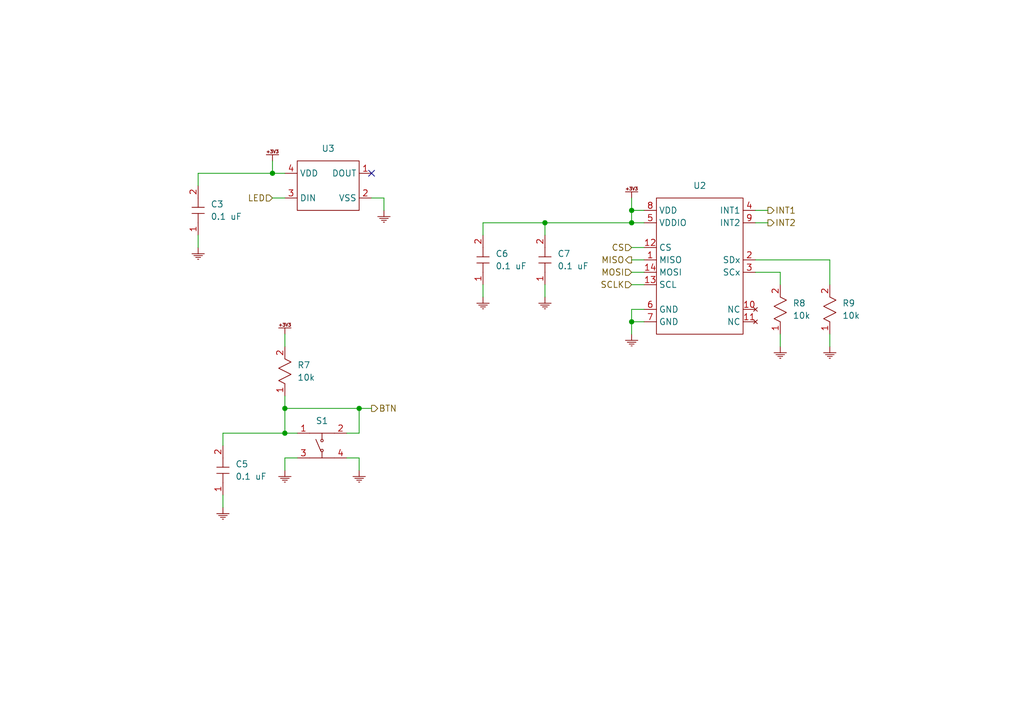
<source format=kicad_sch>
(kicad_sch (version 20230121) (generator eeschema)
  (paper "A5")
  (lib_symbols
    (symbol "zandmd:+3V3" (power) (pin_names (offset 0))
      (symbol "+3V3_0_1"
        (polyline (pts (xy -1.27 1.27) (xy 1.27 1.27)))
        (polyline (pts (xy 0 0) (xy 0 1.27)))
      )
      (symbol "+3V3_1_1"
        (text "+3V3" (at 0 1.905 0) (effects (font (size 0.635 0.635))))
        (pin power_in line (at 0 0 90) (length 0) hide (name "+3V3") (number "1"))
      )
    )
    (symbol "zandmd:2659"
      (property "Reference" "U" (at 0 0 0))
      (symbol "2659_0_1"
        (rectangle (start 2.54 10.16) (end 15.24 0))
      )
      (symbol "2659_1_1"
        (pin output line (at 17.78 7.62 180) (length 2.54) (name "DOUT") (number "1"))
        (pin passive line (at 17.78 2.54 180) (length 2.54) (name "VSS") (number "2"))
        (pin input line (at 0 2.54 0) (length 2.54) (name "DIN") (number "3"))
        (pin power_in line (at 0 7.62 0) (length 2.54) (name "VDD") (number "4"))
      )
    )
    (symbol "zandmd:CAPACITOR" (pin_names (offset 0))
      (property "Reference" "C" (at 0 0 0))
      (property "Value" "C" (at 0 0 0))
      (symbol "CAPACITOR_0_1"
        (polyline (pts (xy 2.54 0) (xy 4.445 0)))
        (polyline (pts (xy 4.445 1.27) (xy 4.445 -1.27)))
        (polyline (pts (xy 5.715 1.27) (xy 5.715 -1.27)))
        (polyline (pts (xy 7.62 0) (xy 5.715 0)))
      )
      (symbol "CAPACITOR_1_1"
        (pin passive line (at 0 0 0) (length 2.54) (name "") (number "1"))
        (pin passive line (at 10.16 0 180) (length 2.54) (name "") (number "2"))
      )
    )
    (symbol "zandmd:GND" (power) (pin_names (offset 0))
      (symbol "GND_0_1"
        (polyline (pts (xy -1.27 -1.27) (xy 1.27 -1.27)))
        (polyline (pts (xy -0.889 -1.651) (xy 0.889 -1.651)))
        (polyline (pts (xy -0.508 -2.032) (xy 0.508 -2.032)))
        (polyline (pts (xy -0.127 -2.413) (xy 0.127 -2.413)))
        (polyline (pts (xy 0 0) (xy 0 -1.27)))
      )
      (symbol "GND_1_1"
        (pin power_in line (at 0 0 270) (length 0) hide (name "GND") (number "1"))
      )
    )
    (symbol "zandmd:LSM6DSOTR"
      (property "Reference" "U" (at 0 0 0))
      (symbol "LSM6DSOTR_0_1"
        (rectangle (start 2.54 27.94) (end 20.32 0))
      )
      (symbol "LSM6DSOTR_1_1"
        (pin bidirectional line (at 0 15.24 0) (length 2.54) (name "SDO/SA0") (number "1") (alternate "MISO" output line))
        (pin output line (at 22.86 5.08 180) (length 2.54) (name "OCS_Aux") (number "10") (alternate "NC" no_connect line))
        (pin output line (at 22.86 2.54 180) (length 2.54) (name "SDO_Aux") (number "11") (alternate "NC" no_connect line))
        (pin input line (at 0 17.78 0) (length 2.54) (name "CS") (number "12"))
        (pin input line (at 0 10.16 0) (length 2.54) (name "SCL") (number "13"))
        (pin open_collector line (at 0 12.7 0) (length 2.54) (name "SDA") (number "14") (alternate "MOSI" input line))
        (pin passive line (at 22.86 15.24 180) (length 2.54) (name "SDx") (number "2"))
        (pin passive line (at 22.86 12.7 180) (length 2.54) (name "SCx") (number "3"))
        (pin output line (at 22.86 25.4 180) (length 2.54) (name "INT1") (number "4"))
        (pin power_in line (at 0 22.86 0) (length 2.54) (name "VDDIO") (number "5"))
        (pin passive line (at 0 5.08 0) (length 2.54) (name "GND") (number "6"))
        (pin passive line (at 0 2.54 0) (length 2.54) (name "GND") (number "7"))
        (pin power_in line (at 0 25.4 0) (length 2.54) (name "VDD") (number "8"))
        (pin output line (at 22.86 22.86 180) (length 2.54) (name "INT2") (number "9"))
      )
    )
    (symbol "zandmd:PTS645SM43SMTR92_LFS" (pin_names (offset 0))
      (property "Reference" "S" (at 0 0 0))
      (symbol "PTS645SM43SMTR92_LFS_0_1"
        (polyline (pts (xy 2.54 0) (xy 7.62 0)))
        (polyline (pts (xy 2.54 5.08) (xy 7.62 5.08)))
        (polyline (pts (xy 3.81 3.81) (xy 4.8514 1.397)))
        (polyline (pts (xy 5.08 0) (xy 5.08 1.27)))
        (polyline (pts (xy 5.08 5.08) (xy 5.08 3.81)))
        (circle (center 5.08 1.524) (radius 0.254))
        (circle (center 5.08 3.556) (radius 0.254))
      )
      (symbol "PTS645SM43SMTR92_LFS_1_1"
        (pin passive line (at 0 5.08 0) (length 2.54) (name "") (number "1"))
        (pin passive line (at 10.16 5.08 180) (length 2.54) (name "") (number "2"))
        (pin passive line (at 0 0 0) (length 2.54) (name "") (number "3"))
        (pin passive line (at 10.16 0 180) (length 2.54) (name "") (number "4"))
      )
    )
    (symbol "zandmd:RESISTOR" (pin_names (offset 0))
      (property "Reference" "R" (at 0 0 0))
      (property "Value" "R" (at 0 0 0))
      (symbol "RESISTOR_0_1"
        (polyline (pts (xy 2.54 0) (xy 3.175 1.27) (xy 4.445 -1.27) (xy 5.715 1.27) (xy 6.985 -1.27) (xy 7.62 0)))
      )
      (symbol "RESISTOR_1_1"
        (pin passive line (at 0 0 0) (length 2.54) (name "") (number "1"))
        (pin passive line (at 10.16 0 180) (length 2.54) (name "") (number "2"))
      )
    )
  )
  (junction (at 129.54 45.72))
  (junction (at 58.42 83.82))
  (junction (at 129.54 66.04))
  (junction (at 129.54 43.18))
  (junction (at 111.76 45.72))
  (junction (at 55.88 35.56))
  (junction (at 58.42 88.9))
  (junction (at 73.66 83.82))
  (no_connect (at 76.2 35.56))
  (wire (pts (xy 58.42 83.82) (xy 73.66 83.82)))
  (wire (pts (xy 129.54 40.64) (xy 129.54 43.18)))
  (wire (pts (xy 99.06 48.26) (xy 99.06 45.72)))
  (wire (pts (xy 78.74 43.18) (xy 78.74 40.64)))
  (wire (pts (xy 132.08 63.5) (xy 129.54 63.5)))
  (wire (pts (xy 73.66 96.52) (xy 73.66 93.98)))
  (wire (pts (xy 99.06 45.72) (xy 111.76 45.72)))
  (wire (pts (xy 58.42 93.98) (xy 58.42 96.52)))
  (wire (pts (xy 111.76 58.42) (xy 111.76 60.96)))
  (wire (pts (xy 73.66 83.82) (xy 73.66 88.9)))
  (wire (pts (xy 129.54 45.72) (xy 132.08 45.72)))
  (wire (pts (xy 111.76 48.26) (xy 111.76 45.72)))
  (wire (pts (xy 129.54 50.8) (xy 132.08 50.8)))
  (wire (pts (xy 129.54 58.42) (xy 132.08 58.42)))
  (wire (pts (xy 60.96 88.9) (xy 58.42 88.9)))
  (wire (pts (xy 160.02 68.58) (xy 160.02 71.12)))
  (wire (pts (xy 40.64 38.1) (xy 40.64 35.56)))
  (wire (pts (xy 160.02 58.42) (xy 160.02 55.88)))
  (wire (pts (xy 76.2 40.64) (xy 78.74 40.64)))
  (wire (pts (xy 129.54 43.18) (xy 129.54 45.72)))
  (wire (pts (xy 40.64 35.56) (xy 55.88 35.56)))
  (wire (pts (xy 60.96 93.98) (xy 58.42 93.98)))
  (wire (pts (xy 129.54 63.5) (xy 129.54 66.04)))
  (wire (pts (xy 45.72 101.6) (xy 45.72 104.14)))
  (wire (pts (xy 71.12 93.98) (xy 73.66 93.98)))
  (wire (pts (xy 99.06 58.42) (xy 99.06 60.96)))
  (wire (pts (xy 154.94 43.18) (xy 157.48 43.18)))
  (wire (pts (xy 58.42 68.58) (xy 58.42 71.12)))
  (wire (pts (xy 132.08 66.04) (xy 129.54 66.04)))
  (wire (pts (xy 58.42 81.28) (xy 58.42 83.82)))
  (wire (pts (xy 73.66 83.82) (xy 76.2 83.82)))
  (wire (pts (xy 58.42 88.9) (xy 58.42 83.82)))
  (wire (pts (xy 40.64 48.26) (xy 40.64 50.8)))
  (wire (pts (xy 154.94 55.88) (xy 160.02 55.88)))
  (wire (pts (xy 170.18 53.34) (xy 170.18 58.42)))
  (wire (pts (xy 129.54 66.04) (xy 129.54 68.58)))
  (wire (pts (xy 154.94 53.34) (xy 170.18 53.34)))
  (wire (pts (xy 71.12 88.9) (xy 73.66 88.9)))
  (wire (pts (xy 154.94 45.72) (xy 157.48 45.72)))
  (wire (pts (xy 55.88 33.02) (xy 55.88 35.56)))
  (wire (pts (xy 45.72 88.9) (xy 58.42 88.9)))
  (wire (pts (xy 129.54 53.34) (xy 132.08 53.34)))
  (wire (pts (xy 129.54 55.88) (xy 132.08 55.88)))
  (wire (pts (xy 55.88 40.64) (xy 58.42 40.64)))
  (wire (pts (xy 111.76 45.72) (xy 129.54 45.72)))
  (wire (pts (xy 129.54 43.18) (xy 132.08 43.18)))
  (wire (pts (xy 170.18 68.58) (xy 170.18 71.12)))
  (wire (pts (xy 45.72 91.44) (xy 45.72 88.9)))
  (wire (pts (xy 55.88 35.56) (xy 58.42 35.56)))
  (hierarchical_label "MISO" (shape output) (at 129.54 53.34 180))
  (hierarchical_label "INT2" (shape output) (at 157.48 45.72 0))
  (hierarchical_label "SCLK" (shape input) (at 129.54 58.42 180))
  (hierarchical_label "INT1" (shape output) (at 157.48 43.18 0))
  (hierarchical_label "BTN" (shape output) (at 76.2 83.82 0))
  (hierarchical_label "CS" (shape input) (at 129.54 50.8 180))
  (hierarchical_label "MOSI" (shape input) (at 129.54 55.88 180))
  (hierarchical_label "LED" (shape input) (at 55.88 40.64 180))
  (symbol (lib_id "zandmd:CAPACITOR") (at 99.06 58.42 90) (unit 1)
    (property "Reference" "C6" (at 101.6 52.07 90) (effects (justify right)))
    (property "Value" "0.1 uF" (at 101.6 54.61 90) (effects (justify right)))
    (property "Footprint" "zandmd:PASSIVE-NPOL-0805" (effects hide))
    (property "Sim.Device" "C" (effects hide))
    (property "Sim.Pins" "1=+ 2=-" (effects hide))
    (instances (project "disc-charger" (path "" (reference "C6") (unit 1))) (project "pinewood-derby-car" (path "" (reference "C13") (unit 1))))
  )
  (symbol (lib_id "zandmd:GND") (at 78.74 43.18 0) (unit 1)
    (property "Reference" "#PWR015" (effects hide))
    (property "Value" "GND" (effects hide))
    (instances (project "disc-charger" (path "" (reference "#PWR015") (unit 1))) (project "pinewood-derby-car" (path "" (reference "#PWR09") (unit 1))))
  )
  (symbol (lib_id "zandmd:CAPACITOR") (at 111.76 58.42 90) (unit 1)
    (property "Reference" "C7" (at 114.3 52.07 90) (effects (justify right)))
    (property "Value" "0.1 uF" (at 114.3 54.61 90) (effects (justify right)))
    (property "Footprint" "zandmd:PASSIVE-NPOL-0805" (effects hide))
    (property "Sim.Device" "C" (effects hide))
    (property "Sim.Pins" "1=+ 2=-" (effects hide))
    (instances (project "disc-charger" (path "" (reference "C7") (unit 1))) (project "pinewood-derby-car" (path "" (reference "C14") (unit 1))))
  )
  (symbol (lib_id "zandmd:LSM6DSOTR") (at 132.08 68.58 0) (unit 1)
    (property "Reference" "U2" (at 143.51 38.1 0))
    (property "Value" "LSM6DSOTR" (effects hide))
    (property "Footprint" "zandmd:LSM6DSOTR" (effects hide))
    (property "Datasheet" "https://www.st.com/resource/en/datasheet/lsm6dso.pdf" (effects hide))
    (property "Sim.Enable" "0" (effects hide))
    (pin "1" (alternate "MISO"))
    (pin "10" (alternate "NC"))
    (pin "11" (alternate "NC"))
    (pin "14" (alternate "MOSI"))
    (instances (project "disc-charger" (path "" (reference "U2") (unit 1))) (project "pinewood-derby-car" (path "" (reference "U4") (unit 1))))
  )
  (symbol (lib_id "zandmd:PTS645SM43SMTR92_LFS") (at 60.96 93.98 0) (unit 1)
    (property "Reference" "S1" (at 66.04 86.36 0))
    (property "Value" "PTS645SM43SMTR92 LFS" (effects hide))
    (property "Footprint" "zandmd:PTS645SM43SMTR92 LFS" (effects hide))
    (property "Datasheet" "https://www.ckswitches.com/media/1471/pts645.pdf" (effects hide))
    (property "Sim.Enable" "0" (effects hide))
  )
  (symbol (lib_id "zandmd:GND") (at 160.02 71.12 0) (unit 1)
    (property "Reference" "#PWR020" (effects hide))
    (property "Value" "GND" (effects hide))
    (instances (project "disc-charger" (path "" (reference "#PWR020") (unit 1))) (project "pinewood-derby-car" (path "" (reference "#PWR016") (unit 1))))
  )
  (symbol (lib_id "zandmd:CAPACITOR") (at 40.64 48.26 90) (unit 1)
    (property "Reference" "C3" (at 43.18 41.91 90) (effects (justify right)))
    (property "Value" "0.1 uF" (at 43.18 44.45 90) (effects (justify right)))
    (property "Footprint" "zandmd:PASSIVE-NPOL-0805" (effects hide))
    (property "Sim.Device" "C" (effects hide))
    (property "Sim.Pins" "1=+ 2=-" (effects hide))
    (instances (project "disc-charger" (path "" (reference "C3") (unit 1))) (project "pinewood-derby-car" (path "" (reference "C15") (unit 1))))
  )
  (symbol (lib_id "zandmd:GND") (at 111.76 60.96 0) (unit 1)
    (property "Reference" "#PWR017" (effects hide))
    (property "Value" "GND" (effects hide))
    (instances (project "disc-charger" (path "" (reference "#PWR017") (unit 1))) (project "pinewood-derby-car" (path "" (reference "#PWR020") (unit 1))))
  )
  (symbol (lib_id "zandmd:+3V3") (at 55.88 33.02 0) (unit 1)
    (property "Reference" "#PWR011" (effects hide))
    (property "Value" "+3V3" (effects hide))
    (instances (project "disc-charger" (path "" (reference "#PWR011") (unit 1))) (project "pinewood-derby-car" (path "" (reference "#PWR010") (unit 1))))
  )
  (symbol (lib_id "zandmd:RESISTOR") (at 170.18 68.58 90) (unit 1)
    (property "Reference" "R9" (at 172.72 62.23 90) (effects (justify right)))
    (property "Value" "10k" (at 172.72 64.77 90) (effects (justify right)))
    (property "Footprint" "zandmd:PASSIVE-NPOL-0805" (effects hide))
    (property "Sim.Device" "R" (effects hide))
    (property "Sim.Pins" "1=+ 2=-" (effects hide))
    (instances (project "disc-charger" (path "" (reference "R9") (unit 1))) (project "pinewood-derby-car" (path "" (reference "R10") (unit 1))))
  )
  (symbol (lib_id "zandmd:GND") (at 99.06 60.96 0) (unit 1)
    (property "Reference" "#PWR016" (effects hide))
    (property "Value" "GND" (effects hide))
    (instances (project "disc-charger" (path "" (reference "#PWR016") (unit 1))) (project "pinewood-derby-car" (path "" (reference "#PWR021") (unit 1))))
  )
  (symbol (lib_id "zandmd:GND") (at 73.66 96.52 0) (unit 1)
    (property "Reference" "#PWR014" (effects hide))
    (property "Value" "GND" (effects hide))
    (instances (project "disc-charger" (path "" (reference "#PWR014") (unit 1))) (project "pinewood-derby-car" (path "" (reference "#PWR013") (unit 1))))
  )
  (symbol (lib_id "zandmd:RESISTOR") (at 58.42 81.28 90) (unit 1)
    (property "Reference" "R7" (at 60.96 74.93 90) (effects (justify right)))
    (property "Value" "10k" (at 60.96 77.47 90) (effects (justify right)))
    (property "Footprint" "zandmd:PASSIVE-NPOL-0805" (effects hide))
    (property "Sim.Device" "R" (effects hide))
    (property "Sim.Pins" "1=+ 2=-" (effects hide))
    (instances (project "disc-charger" (path "" (reference "R7") (unit 1))) (project "pinewood-derby-car" (path "" (reference "R4") (unit 1))))
  )
  (symbol (lib_id "zandmd:+3V3") (at 129.54 40.64 0) (unit 1)
    (property "Reference" "#PWR018" (effects hide))
    (property "Value" "+3V3" (effects hide))
    (instances (project "disc-charger" (path "" (reference "#PWR018") (unit 1))) (project "pinewood-derby-car" (path "" (reference "#PWR019") (unit 1))))
  )
  (symbol (lib_id "zandmd:GND") (at 170.18 71.12 0) (unit 1)
    (property "Reference" "#PWR021" (effects hide))
    (property "Value" "GND" (effects hide))
    (instances (project "disc-charger" (path "" (reference "#PWR021") (unit 1))) (project "pinewood-derby-car" (path "" (reference "#PWR017") (unit 1))))
  )
  (symbol (lib_id "zandmd:RESISTOR") (at 160.02 68.58 90) (unit 1)
    (property "Reference" "R8" (at 162.56 62.23 90) (effects (justify right)))
    (property "Value" "10k" (at 162.56 64.77 90) (effects (justify right)))
    (property "Footprint" "zandmd:PASSIVE-NPOL-0805" (effects hide))
    (property "Sim.Device" "R" (effects hide))
    (property "Sim.Pins" "1=+ 2=-" (effects hide))
    (instances (project "disc-charger" (path "" (reference "R8") (unit 1))) (project "pinewood-derby-car" (path "" (reference "R9") (unit 1))))
  )
  (symbol (lib_id "zandmd:CAPACITOR") (at 45.72 101.6 90) (unit 1)
    (property "Reference" "C5" (at 48.26 95.25 90) (effects (justify right)))
    (property "Value" "0.1 uF" (at 48.26 97.79 90) (effects (justify right)))
    (property "Footprint" "zandmd:PASSIVE-NPOL-0805" (effects hide))
    (property "Sim.Device" "C" (effects hide))
    (property "Sim.Pins" "1=+ 2=-" (effects hide))
  )
  (symbol (lib_id "zandmd:GND") (at 40.64 50.8 0) (unit 1)
    (property "Reference" "#PWR09" (effects hide))
    (property "Value" "GND" (effects hide))
    (instances (project "disc-charger" (path "" (reference "#PWR09") (unit 1))) (project "pinewood-derby-car" (path "" (reference "#PWR011") (unit 1))))
  )
  (symbol (lib_id "zandmd:2659") (at 58.42 43.18 0) (unit 1)
    (property "Reference" "U3" (at 67.31 30.48 0))
    (property "Value" "2659" (effects hide))
    (property "Footprint" "zandmd:2659" (effects hide))
    (property "Datasheet" "https://cdn-shop.adafruit.com/product-files/2686/SK6812MINI_REV.01-1-2.pdf" (effects hide))
    (property "Sim.Enable" "0" (effects hide))
    (instances (project "disc-charger" (path "" (reference "U3") (unit 1))) (project "pinewood-derby-car" (path "" (reference "U5") (unit 1))))
  )
  (symbol (lib_id "zandmd:GND") (at 58.42 96.52 0) (unit 1)
    (property "Reference" "#PWR013" (effects hide))
    (property "Value" "GND" (effects hide))
    (instances (project "disc-charger" (path "" (reference "#PWR013") (unit 1))) (project "pinewood-derby-car" (path "" (reference "#PWR012") (unit 1))))
  )
  (symbol (lib_id "zandmd:GND") (at 45.72 104.14 0) (unit 1)
    (property "Reference" "#PWR010" (effects hide))
    (property "Value" "GND" (effects hide))
    (instances (project "disc-charger" (path "" (reference "#PWR010") (unit 1))) (project "pinewood-derby-car" (path "" (reference "#PWR015") (unit 1))))
  )
  (symbol (lib_id "zandmd:+3V3") (at 58.42 68.58 0) (unit 1)
    (property "Reference" "#PWR012" (effects hide))
    (property "Value" "+3V3" (effects hide))
    (instances (project "disc-charger" (path "" (reference "#PWR012") (unit 1))) (project "pinewood-derby-car" (path "" (reference "#PWR014") (unit 1))))
  )
  (symbol (lib_id "zandmd:GND") (at 129.54 68.58 0) (unit 1)
    (property "Reference" "#PWR019" (effects hide))
    (property "Value" "GND" (effects hide))
    (instances (project "disc-charger" (path "" (reference "#PWR019") (unit 1))) (project "pinewood-derby-car" (path "" (reference "#PWR018") (unit 1))))
  )
)
</source>
